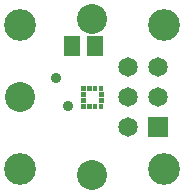
<source format=gts>
G04*
G04 #@! TF.GenerationSoftware,Altium Limited,Altium Designer,19.1.5 (86)*
G04*
G04 Layer_Color=8388736*
%FSLAX25Y25*%
%MOIN*%
G70*
G01*
G75*
%ADD14C,0.10000*%
%ADD15R,0.01584X0.01683*%
%ADD16R,0.01683X0.01584*%
%ADD17R,0.05718X0.06506*%
%ADD18C,0.10600*%
%ADD19C,0.06506*%
%ADD20R,0.06506X0.06506*%
%ADD21C,0.03600*%
G36*
X30207Y32274D02*
Y33758D01*
X31789D01*
Y32274D01*
X30207D01*
D02*
G37*
G36*
X30305Y30207D02*
Y31789D01*
X31789D01*
Y30207D01*
X30305D01*
D02*
G37*
G36*
X32274D02*
Y31789D01*
X33758D01*
Y30207D01*
X32274D01*
D02*
G37*
G36*
X30207Y34242D02*
Y35726D01*
X31789D01*
Y34242D01*
X30207D01*
D02*
G37*
G36*
X30305Y36211D02*
Y37793D01*
X31789D01*
Y36211D01*
X30305D01*
D02*
G37*
G36*
X32274D02*
Y37793D01*
X33758D01*
Y36211D01*
X32274D01*
D02*
G37*
G36*
X34242Y30207D02*
Y31789D01*
X35726D01*
Y30207D01*
X34242D01*
D02*
G37*
G36*
X36211D02*
Y31789D01*
X37695D01*
Y30207D01*
X36211D01*
D02*
G37*
G36*
Y32274D02*
Y33758D01*
X37793D01*
Y32274D01*
X36211D01*
D02*
G37*
G36*
X34242Y36211D02*
Y37793D01*
X35726D01*
Y36211D01*
X34242D01*
D02*
G37*
G36*
X36211D02*
Y37793D01*
X37695D01*
Y36211D01*
X36211D01*
D02*
G37*
G36*
Y34242D02*
Y35726D01*
X37793D01*
Y34242D01*
X36211D01*
D02*
G37*
D14*
X34000Y60000D02*
D03*
Y8000D02*
D03*
X10000Y34000D02*
D03*
D15*
X31047Y30998D02*
D03*
X33016D02*
D03*
X34984D02*
D03*
X36953D02*
D03*
Y37002D02*
D03*
X34984D02*
D03*
X33016D02*
D03*
X31047D02*
D03*
D16*
X37002Y33016D02*
D03*
Y34984D02*
D03*
X30998D02*
D03*
Y33016D02*
D03*
D17*
X27260Y51000D02*
D03*
X34740D02*
D03*
D18*
X10000Y10000D02*
D03*
Y58000D02*
D03*
X58000D02*
D03*
Y10000D02*
D03*
D19*
X46000Y44000D02*
D03*
X56000D02*
D03*
X46000Y34000D02*
D03*
X56000D02*
D03*
X46000Y24000D02*
D03*
D20*
X56000D02*
D03*
D21*
X26000Y31000D02*
D03*
X22000Y40500D02*
D03*
M02*

</source>
